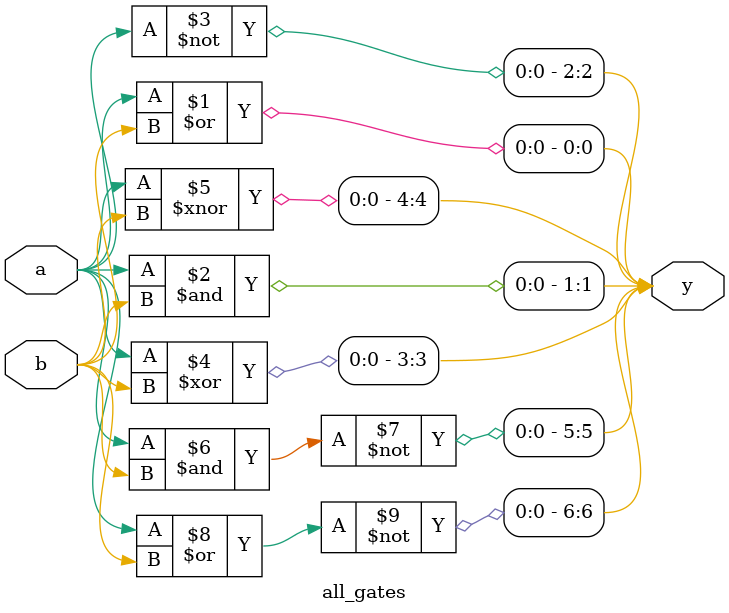
<source format=v>
module all_gates(a, b, y);

input a, b;           // Inputs
output [6:0] y;      // Output (7 bits for various gate operations)

// Assignments for each gate operation
assign y[0] = a | b;   // OR gate
assign y[1] = a & b;   // AND gate
assign y[2] = ~a;      // NOT gate
assign y[3] = a ^ b;   // XOR gate
assign y[4] = a ~^ b;  // XNOR gate
assign y[5] = ~(a & b); // NAND gate
assign y[6] = ~(a | b); // NOR gate

endmodule

</source>
